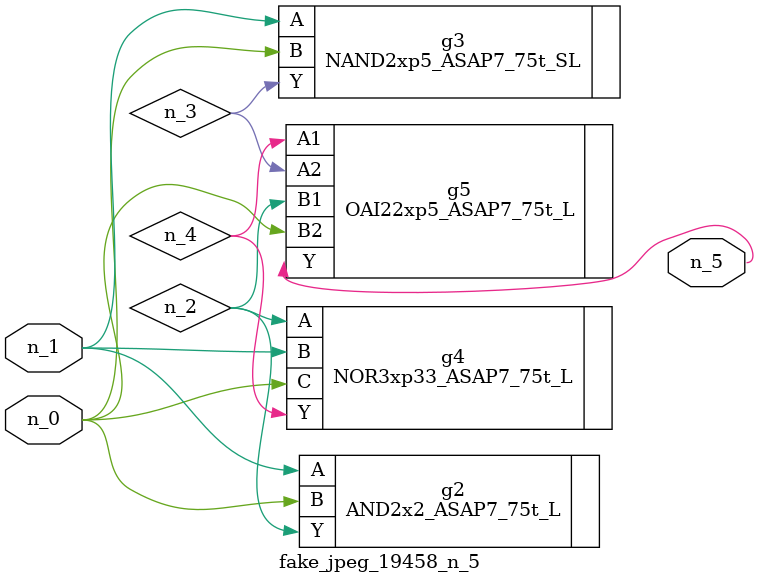
<source format=v>
module fake_jpeg_19458_n_5 (n_0, n_1, n_5);

input n_0;
input n_1;

output n_5;

wire n_3;
wire n_2;
wire n_4;

AND2x2_ASAP7_75t_L g2 ( 
.A(n_1),
.B(n_0),
.Y(n_2)
);

NAND2xp5_ASAP7_75t_SL g3 ( 
.A(n_1),
.B(n_0),
.Y(n_3)
);

NOR3xp33_ASAP7_75t_L g4 ( 
.A(n_2),
.B(n_1),
.C(n_0),
.Y(n_4)
);

OAI22xp5_ASAP7_75t_L g5 ( 
.A1(n_4),
.A2(n_3),
.B1(n_2),
.B2(n_0),
.Y(n_5)
);


endmodule
</source>
